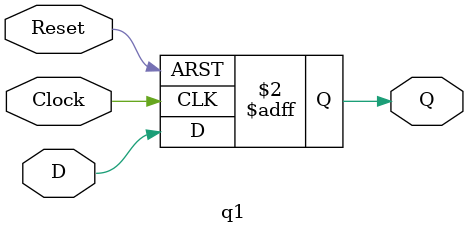
<source format=v>
module q1(D, Clock, Reset, Q);
input D, Clock, Reset;
output Q;
reg Q;
always @(negedge Clock or posedge Reset)
	begin
		if(Reset)
			Q <= 0;
		else
			Q <= D;
	end
endmodule

</source>
